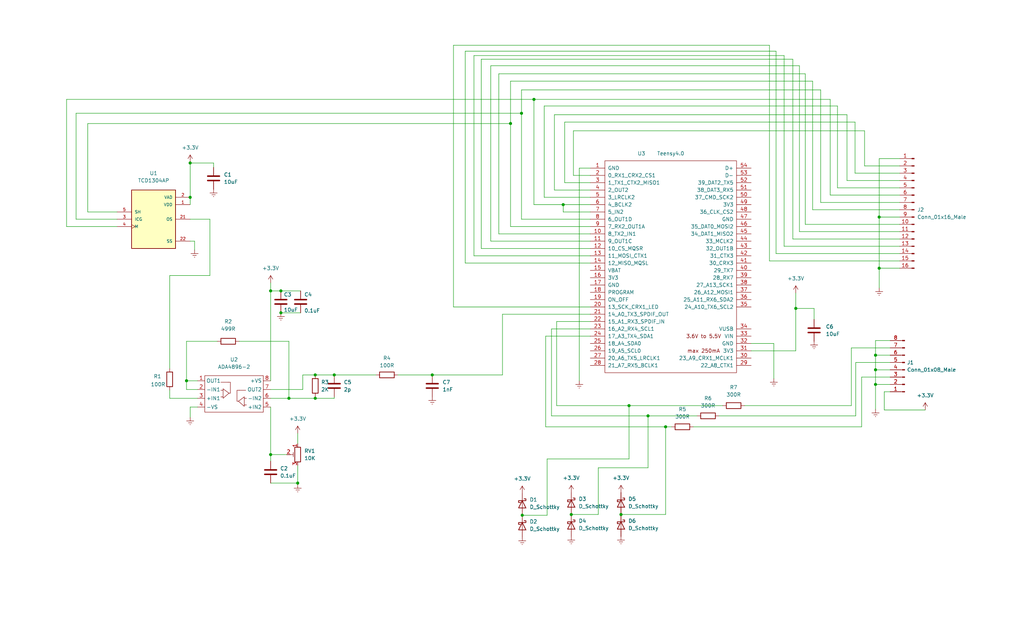
<source format=kicad_sch>
(kicad_sch (version 20211123) (generator eeschema)
  (paper "USLegal")
  (lib_symbols
    (symbol "ADA4896-2:ADA4896-2"
      (property "Reference" "U" (at 0 5.08 0))
      (property "Value" "ADA4896-2" (at 0.508 7.874 0))
      (symbol "ADA4896-2_0_1"
        (polyline (pts (xy -3.81 -1.016) (xy -4.572 -1.016)))
        (polyline (pts (xy -3.81 1.27) (xy -4.572 1.27)))
        (polyline (pts (xy -3.81 1.27) (xy -3.81 1.27)))
        (polyline (pts (xy -2.032 4.064) (xy -4.572 4.064)))
        (polyline (pts (xy 3.556 -3.81) (xy 4.318 -3.81)))
        (polyline (pts (xy 3.556 -1.524) (xy 3.556 -1.524)))
        (polyline (pts (xy 3.556 -1.524) (xy 4.318 -1.524)))
        (polyline (pts (xy 4.064 1.27) (xy 1.778 1.27)))
        (polyline (pts (xy -3.81 1.778) (xy -3.81 -1.524) (xy -1.778 0.254) (xy -3.81 1.778)))
        (polyline (pts (xy -1.778 0.254) (xy -1.27 0.254) (xy -1.27 4.064) (xy -2.032 4.064)))
        (polyline (pts (xy 1.524 -2.54) (xy 1.016 -2.54) (xy 1.016 1.27) (xy 1.778 1.27)))
        (polyline (pts (xy 3.556 -1.016) (xy 3.556 -4.318) (xy 1.524 -2.54) (xy 3.556 -1.016)))
        (polyline (pts (xy -10.16 6.35) (xy -10.16 -6.35) (xy 10.16 -6.35) (xy 10.16 6.35) (xy -10.16 6.35)))
        (pin output line (at -12.7 4.572 0) (length 2.54) (name "OUT1") (number "1"))
        (pin input line (at -12.7 1.524 0) (length 2.54) (name "-IN1") (number "2"))
        (pin input line (at -12.7 -1.524 0) (length 2.54) (name "+IN1") (number "3"))
        (pin power_in line (at -12.7 -4.572 0) (length 2.54) (name "-VS") (number "4"))
        (pin input line (at 12.7 -4.572 180) (length 2.54) (name "+IN2") (number "5"))
        (pin input line (at 12.7 -1.524 180) (length 2.54) (name "-IN2") (number "6"))
        (pin output line (at 12.7 1.524 180) (length 2.54) (name "OUT2") (number "7"))
        (pin power_in line (at 12.7 4.572 180) (length 2.54) (name "+VS") (number "8"))
      )
    )
    (symbol "Connector:Conn_01x08_Male" (pin_names (offset 1.016) hide)
      (property "Reference" "J" (at 0 10.16 0))
      (property "Value" "Conn_01x08_Male" (at 0 -12.7 0))
      (symbol "Conn_01x08_Male_1_1"
        (polyline (pts (xy 1.27 -10.16) (xy 0.8636 -10.16)) (stroke (width 0.1524)))
        (polyline (pts (xy 1.27 -7.62) (xy 0.8636 -7.62)) (stroke (width 0.1524)))
        (polyline (pts (xy 1.27 -5.08) (xy 0.8636 -5.08)) (stroke (width 0.1524)))
        (polyline (pts (xy 1.27 -2.54) (xy 0.8636 -2.54)) (stroke (width 0.1524)))
        (polyline (pts (xy 1.27 0) (xy 0.8636 0)) (stroke (width 0.1524)))
        (polyline (pts (xy 1.27 2.54) (xy 0.8636 2.54)) (stroke (width 0.1524)))
        (polyline (pts (xy 1.27 5.08) (xy 0.8636 5.08)) (stroke (width 0.1524)))
        (polyline (pts (xy 1.27 7.62) (xy 0.8636 7.62)) (stroke (width 0.1524)))
        (rectangle (start 0.8636 -10.033) (end 0 -10.287) (stroke (width 0.1524)) (fill (type outline)))
        (rectangle (start 0.8636 -7.493) (end 0 -7.747) (stroke (width 0.1524)) (fill (type outline)))
        (rectangle (start 0.8636 -4.953) (end 0 -5.207) (stroke (width 0.1524)) (fill (type outline)))
        (rectangle (start 0.8636 -2.413) (end 0 -2.667) (stroke (width 0.1524)) (fill (type outline)))
        (rectangle (start 0.8636 0.127) (end 0 -0.127) (stroke (width 0.1524)) (fill (type outline)))
        (rectangle (start 0.8636 2.667) (end 0 2.413) (stroke (width 0.1524)) (fill (type outline)))
        (rectangle (start 0.8636 5.207) (end 0 4.953) (stroke (width 0.1524)) (fill (type outline)))
        (rectangle (start 0.8636 7.747) (end 0 7.493) (stroke (width 0.1524)) (fill (type outline)))
        (pin passive line (at 5.08 7.62 180) (length 3.81) (name "Pin_1") (number "1"))
        (pin passive line (at 5.08 5.08 180) (length 3.81) (name "Pin_2") (number "2"))
        (pin passive line (at 5.08 2.54 180) (length 3.81) (name "Pin_3") (number "3"))
        (pin passive line (at 5.08 0 180) (length 3.81) (name "Pin_4") (number "4"))
        (pin passive line (at 5.08 -2.54 180) (length 3.81) (name "Pin_5") (number "5"))
        (pin passive line (at 5.08 -5.08 180) (length 3.81) (name "Pin_6") (number "6"))
        (pin passive line (at 5.08 -7.62 180) (length 3.81) (name "Pin_7") (number "7"))
        (pin passive line (at 5.08 -10.16 180) (length 3.81) (name "Pin_8") (number "8"))
      )
    )
    (symbol "Connector:Conn_01x16_Male" (pin_names (offset 1.016) hide)
      (property "Reference" "J" (at 0 20.32 0))
      (property "Value" "Conn_01x16_Male" (at 0 -22.86 0))
      (symbol "Conn_01x16_Male_1_1"
        (polyline (pts (xy 1.27 -20.32) (xy 0.8636 -20.32)) (stroke (width 0.1524)))
        (polyline (pts (xy 1.27 -17.78) (xy 0.8636 -17.78)) (stroke (width 0.1524)))
        (polyline (pts (xy 1.27 -15.24) (xy 0.8636 -15.24)) (stroke (width 0.1524)))
        (polyline (pts (xy 1.27 -12.7) (xy 0.8636 -12.7)) (stroke (width 0.1524)))
        (polyline (pts (xy 1.27 -10.16) (xy 0.8636 -10.16)) (stroke (width 0.1524)))
        (polyline (pts (xy 1.27 -7.62) (xy 0.8636 -7.62)) (stroke (width 0.1524)))
        (polyline (pts (xy 1.27 -5.08) (xy 0.8636 -5.08)) (stroke (width 0.1524)))
        (polyline (pts (xy 1.27 -2.54) (xy 0.8636 -2.54)) (stroke (width 0.1524)))
        (polyline (pts (xy 1.27 0) (xy 0.8636 0)) (stroke (width 0.1524)))
        (polyline (pts (xy 1.27 2.54) (xy 0.8636 2.54)) (stroke (width 0.1524)))
        (polyline (pts (xy 1.27 5.08) (xy 0.8636 5.08)) (stroke (width 0.1524)))
        (polyline (pts (xy 1.27 7.62) (xy 0.8636 7.62)) (stroke (width 0.1524)))
        (polyline (pts (xy 1.27 10.16) (xy 0.8636 10.16)) (stroke (width 0.1524)))
        (polyline (pts (xy 1.27 12.7) (xy 0.8636 12.7)) (stroke (width 0.1524)))
        (polyline (pts (xy 1.27 15.24) (xy 0.8636 15.24)) (stroke (width 0.1524)))
        (polyline (pts (xy 1.27 17.78) (xy 0.8636 17.78)) (stroke (width 0.1524)))
        (rectangle (start 0.8636 -20.193) (end 0 -20.447) (stroke (width 0.1524)) (fill (type outline)))
        (rectangle (start 0.8636 -17.653) (end 0 -17.907) (stroke (width 0.1524)) (fill (type outline)))
        (rectangle (start 0.8636 -15.113) (end 0 -15.367) (stroke (width 0.1524)) (fill (type outline)))
        (rectangle (start 0.8636 -12.573) (end 0 -12.827) (stroke (width 0.1524)) (fill (type outline)))
        (rectangle (start 0.8636 -10.033) (end 0 -10.287) (stroke (width 0.1524)) (fill (type outline)))
        (rectangle (start 0.8636 -7.493) (end 0 -7.747) (stroke (width 0.1524)) (fill (type outline)))
        (rectangle (start 0.8636 -4.953) (end 0 -5.207) (stroke (width 0.1524)) (fill (type outline)))
        (rectangle (start 0.8636 -2.413) (end 0 -2.667) (stroke (width 0.1524)) (fill (type outline)))
        (rectangle (start 0.8636 0.127) (end 0 -0.127) (stroke (width 0.1524)) (fill (type outline)))
        (rectangle (start 0.8636 2.667) (end 0 2.413) (stroke (width 0.1524)) (fill (type outline)))
        (rectangle (start 0.8636 5.207) (end 0 4.953) (stroke (width 0.1524)) (fill (type outline)))
        (rectangle (start 0.8636 7.747) (end 0 7.493) (stroke (width 0.1524)) (fill (type outline)))
        (rectangle (start 0.8636 10.287) (end 0 10.033) (stroke (width 0.1524)) (fill (type outline)))
        (rectangle (start 0.8636 12.827) (end 0 12.573) (stroke (width 0.1524)) (fill (type outline)))
        (rectangle (start 0.8636 15.367) (end 0 15.113) (stroke (width 0.1524)) (fill (type outline)))
        (rectangle (start 0.8636 17.907) (end 0 17.653) (stroke (width 0.1524)) (fill (type outline)))
        (pin passive line (at 5.08 17.78 180) (length 3.81) (name "Pin_1") (number "1"))
        (pin passive line (at 5.08 -5.08 180) (length 3.81) (name "Pin_10") (number "10"))
        (pin passive line (at 5.08 -7.62 180) (length 3.81) (name "Pin_11") (number "11"))
        (pin passive line (at 5.08 -10.16 180) (length 3.81) (name "Pin_12") (number "12"))
        (pin passive line (at 5.08 -12.7 180) (length 3.81) (name "Pin_13") (number "13"))
        (pin passive line (at 5.08 -15.24 180) (length 3.81) (name "Pin_14") (number "14"))
        (pin passive line (at 5.08 -17.78 180) (length 3.81) (name "Pin_15") (number "15"))
        (pin passive line (at 5.08 -20.32 180) (length 3.81) (name "Pin_16") (number "16"))
        (pin passive line (at 5.08 15.24 180) (length 3.81) (name "Pin_2") (number "2"))
        (pin passive line (at 5.08 12.7 180) (length 3.81) (name "Pin_3") (number "3"))
        (pin passive line (at 5.08 10.16 180) (length 3.81) (name "Pin_4") (number "4"))
        (pin passive line (at 5.08 7.62 180) (length 3.81) (name "Pin_5") (number "5"))
        (pin passive line (at 5.08 5.08 180) (length 3.81) (name "Pin_6") (number "6"))
        (pin passive line (at 5.08 2.54 180) (length 3.81) (name "Pin_7") (number "7"))
        (pin passive line (at 5.08 0 180) (length 3.81) (name "Pin_8") (number "8"))
        (pin passive line (at 5.08 -2.54 180) (length 3.81) (name "Pin_9") (number "9"))
      )
    )
    (symbol "D_Schottky_1" (pin_numbers hide) (pin_names (offset 1.016) hide)
      (property "Reference" "D?" (at -1.5876 2.54 90))
      (property "Value" "D_Schottky" (at 0.9524 2.54 90))
      (symbol "D_Schottky_1_0_1"
        (polyline (pts (xy 1.27 0) (xy -1.27 0)))
        (polyline (pts (xy 1.27 1.27) (xy 1.27 -1.27) (xy -1.27 0) (xy 1.27 1.27)) (stroke (width 0.254)))
        (polyline (pts (xy -1.905 0.635) (xy -1.905 1.27) (xy -1.27 1.27) (xy -1.27 -1.27) (xy -0.635 -1.27) (xy -0.635 -0.635)) (stroke (width 0.254)))
      )
      (symbol "D_Schottky_1_1_1"
        (pin passive line (at -3.81 0 0) (length 2.54) (name "K") (number "1"))
        (pin passive line (at 3.81 0 180) (length 2.54) (name "A") (number "2"))
      )
    )
    (symbol "Device:C" (pin_numbers hide) (pin_names (offset 0.254))
      (property "Reference" "C" (at 0.635 2.54 0))
      (property "Value" "C" (at 0.635 -2.54 0))
      (symbol "C_0_1"
        (polyline (pts (xy -2.032 -0.762) (xy 2.032 -0.762)) (stroke (width 0.508)))
        (polyline (pts (xy -2.032 0.762) (xy 2.032 0.762)) (stroke (width 0.508)))
      )
      (symbol "C_1_1"
        (pin passive line (at 0 3.81 270) (length 2.794) (name "~") (number "1"))
        (pin passive line (at 0 -3.81 90) (length 2.794) (name "~") (number "2"))
      )
    )
    (symbol "Device:R" (pin_numbers hide) (pin_names (offset 0))
      (property "Reference" "R" (at 2.032 0 90))
      (property "Value" "R" (at 0 0 90))
      (symbol "R_0_1"
        (rectangle (start -1.016 -2.54) (end 1.016 2.54) (stroke (width 0.254)))
      )
      (symbol "R_1_1"
        (pin passive line (at 0 3.81 270) (length 1.27) (name "~") (number "1"))
        (pin passive line (at 0 -3.81 90) (length 1.27) (name "~") (number "2"))
      )
    )
    (symbol "Device:R_Potentiometer_Trim" (pin_names (offset 1.016) hide)
      (property "Reference" "RV" (at -4.445 0 90))
      (property "Value" "R_Potentiometer_Trim" (at -2.54 0 90))
      (symbol "R_Potentiometer_Trim_0_1"
        (polyline (pts (xy 1.524 0.762) (xy 1.524 -0.762)))
        (polyline (pts (xy 2.54 0) (xy 1.524 0)))
        (rectangle (start 1.016 2.54) (end -1.016 -2.54) (stroke (width 0.254)))
      )
      (symbol "R_Potentiometer_Trim_1_1"
        (pin passive line (at 0 3.81 270) (length 1.27) (name "1") (number "1"))
        (pin passive line (at 3.81 0 180) (length 1.27) (name "2") (number "2"))
        (pin passive line (at 0 -3.81 90) (length 1.27) (name "3") (number "3"))
      )
    )
    (symbol "TCD1304AP:TCD1304AP" (pin_names (offset 1.016))
      (property "Reference" "U" (at -7.6308 10.6831 0))
      (property "Value" "TCD1304AP" (at -7.636 -12.7267 0))
      (symbol "TCD1304AP_0_0"
        (rectangle (start -7.62 -10.16) (end 7.62 10.16) (stroke (width 0.254)) (fill (type background)))
        (pin power_in line (at 12.7 5.08 180) (length 5.08) (name "VDD") (number "1"))
        (pin power_in line (at 12.7 7.62 180) (length 5.08) (name "VAD") (number "2"))
        (pin output line (at 12.7 0 180) (length 5.08) (name "OS") (number "21"))
        (pin power_in line (at 12.7 -7.62 180) (length 5.08) (name "SS") (number "22"))
        (pin input line (at -12.7 0 0) (length 5.08) (name "ICG") (number "3"))
        (pin input clock (at -12.7 -2.54 0) (length 5.08) (name "M") (number "4"))
        (pin input line (at -12.7 2.54 0) (length 5.08) (name "SH") (number "5"))
      )
    )
    (symbol "Teensy:Teensy4.0" (pin_names (offset 1.016))
      (property "Reference" "U" (at 0 39.37 0))
      (property "Value" "Teensy4.0" (at 0 -39.37 0))
      (symbol "Teensy4.0_0_0"
        (text "3.6V to 5.5V" (at 11.43 -24.13 0) (effects (font (size 1.27 1.27))))
        (text "max 250mA" (at 11.43 -29.21 0) (effects (font (size 1.27 1.27))))
        (pin bidirectional line (at -27.94 11.43 0) (length 5.08) (name "8_TX2_IN1") (number "10"))
        (pin bidirectional line (at -27.94 8.89 0) (length 5.08) (name "9_OUT1C") (number "11"))
        (pin bidirectional line (at -27.94 6.35 0) (length 5.08) (name "10_CS_MQSR") (number "12"))
        (pin bidirectional line (at -27.94 3.81 0) (length 5.08) (name "11_MOSI_CTX1") (number "13"))
        (pin bidirectional line (at -27.94 1.27 0) (length 5.08) (name "12_MISO_MQSL") (number "14"))
        (pin power_in line (at -27.94 -1.27 0) (length 5.08) (name "VBAT") (number "15"))
        (pin power_in line (at -27.94 -3.81 0) (length 5.08) (name "3V3") (number "16"))
        (pin power_in line (at -27.94 -6.35 0) (length 5.08) (name "GND") (number "17"))
        (pin input line (at -27.94 -8.89 0) (length 5.08) (name "PROGRAM") (number "18"))
        (pin input line (at -27.94 -11.43 0) (length 5.08) (name "ON_OFF") (number "19"))
        (pin bidirectional line (at -27.94 -13.97 0) (length 5.08) (name "13_SCK_CRX1_LED") (number "20"))
        (pin bidirectional line (at -27.94 -16.51 0) (length 5.08) (name "14_A0_TX3_SPDIF_OUT") (number "21"))
        (pin bidirectional line (at -27.94 -19.05 0) (length 5.08) (name "15_A1_RX3_SPDIF_IN") (number "22"))
        (pin bidirectional line (at -27.94 -21.59 0) (length 5.08) (name "16_A2_RX4_SCL1") (number "23"))
        (pin bidirectional line (at -27.94 -24.13 0) (length 5.08) (name "17_A3_TX4_SDA1") (number "24"))
        (pin bidirectional line (at -27.94 -26.67 0) (length 5.08) (name "18_A4_SDA0") (number "25"))
        (pin bidirectional line (at -27.94 -29.21 0) (length 5.08) (name "19_A5_SCL0") (number "26"))
        (pin bidirectional line (at -27.94 -31.75 0) (length 5.08) (name "20_A6_TX5_LRCLK1") (number "27"))
        (pin bidirectional line (at -27.94 -34.29 0) (length 5.08) (name "21_A7_RX5_BCLK1") (number "28"))
        (pin bidirectional line (at 27.94 -34.29 180) (length 5.08) (name "22_A8_CTX1") (number "29"))
        (pin bidirectional line (at 27.94 -31.75 180) (length 5.08) (name "23_A9_CRX1_MCLK1") (number "30"))
        (pin power_out line (at 27.94 -29.21 180) (length 5.08) (name "3V3") (number "31"))
        (pin power_in line (at 27.94 -26.67 180) (length 5.08) (name "GND") (number "32"))
        (pin power_in line (at 27.94 -24.13 180) (length 5.08) (name "VIN") (number "33"))
        (pin power_out line (at 27.94 -21.59 180) (length 5.08) (name "VUSB") (number "34"))
        (pin bidirectional line (at 27.94 -13.97 180) (length 5.08) (name "24_A10_TX6_SCL2") (number "35"))
        (pin bidirectional line (at 27.94 -11.43 180) (length 5.08) (name "25_A11_RX6_SDA2") (number "36"))
        (pin bidirectional line (at 27.94 -8.89 180) (length 5.08) (name "26_A12_MOSI1") (number "37"))
        (pin bidirectional line (at 27.94 -6.35 180) (length 5.08) (name "27_A13_SCK1") (number "38"))
        (pin bidirectional line (at 27.94 -3.81 180) (length 5.08) (name "28_RX7") (number "39"))
        (pin bidirectional line (at 27.94 -1.27 180) (length 5.08) (name "29_TX7") (number "40"))
        (pin bidirectional line (at 27.94 1.27 180) (length 5.08) (name "30_CRX3") (number "41"))
        (pin bidirectional line (at 27.94 3.81 180) (length 5.08) (name "31_CTX3") (number "42"))
        (pin bidirectional line (at 27.94 6.35 180) (length 5.08) (name "32_OUT1B") (number "43"))
        (pin bidirectional line (at 27.94 8.89 180) (length 5.08) (name "33_MCLK2") (number "44"))
        (pin bidirectional line (at 27.94 11.43 180) (length 5.08) (name "34_DAT1_MISO2") (number "45"))
        (pin bidirectional line (at 27.94 13.97 180) (length 5.08) (name "35_DAT0_MOSI2") (number "46"))
        (pin power_out line (at 27.94 16.51 180) (length 5.08) (name "GND") (number "47"))
        (pin bidirectional line (at 27.94 19.05 180) (length 5.08) (name "36_CLK_CS2") (number "48"))
        (pin power_out line (at 27.94 21.59 180) (length 5.08) (name "3V3") (number "49"))
        (pin bidirectional line (at -27.94 24.13 0) (length 5.08) (name "3_LRCLK2") (number "5"))
        (pin bidirectional line (at 27.94 24.13 180) (length 5.08) (name "37_CMD_SCK2") (number "50"))
        (pin bidirectional line (at 27.94 26.67 180) (length 5.08) (name "38_DAT3_RX5") (number "51"))
        (pin bidirectional line (at 27.94 29.21 180) (length 5.08) (name "39_DAT2_TX5") (number "52"))
        (pin bidirectional line (at 27.94 31.75 180) (length 5.08) (name "D-") (number "53"))
        (pin bidirectional line (at 27.94 34.29 180) (length 5.08) (name "D+") (number "54"))
        (pin bidirectional line (at -27.94 21.59 0) (length 5.08) (name "4_BCLK2") (number "6"))
        (pin bidirectional line (at -27.94 19.05 0) (length 5.08) (name "5_IN2") (number "7"))
        (pin bidirectional line (at -27.94 16.51 0) (length 5.08) (name "6_OUT1D") (number "8"))
        (pin bidirectional line (at -27.94 13.97 0) (length 5.08) (name "7_RX2_OUT1A") (number "9"))
      )
      (symbol "Teensy4.0_0_1"
        (rectangle (start -22.86 36.83) (end 22.86 -36.83))
        (rectangle (start -20.32 -31.75) (end -20.32 -31.75))
      )
      (symbol "Teensy4.0_1_1"
        (pin power_in line (at -27.94 34.29 0) (length 5.08) (name "GND") (number "1"))
        (pin bidirectional line (at -27.94 31.75 0) (length 5.08) (name "0_RX1_CRX2_CS1") (number "2"))
        (pin bidirectional line (at -27.94 29.21 0) (length 5.08) (name "1_TX1_CTX2_MISO1") (number "3"))
        (pin bidirectional line (at -27.94 26.67 0) (length 5.08) (name "2_OUT2") (number "4"))
      )
    )
    (symbol "power:+3.3V" (power) (pin_names (offset 0))
      (property "Value" "+3.3V" (at 0 3.556 0))
      (symbol "+3.3V_0_1"
        (polyline (pts (xy -0.762 1.27) (xy 0 2.54)))
        (polyline (pts (xy 0 0) (xy 0 2.54)))
        (polyline (pts (xy 0 2.54) (xy 0.762 1.27)))
      )
      (symbol "+3.3V_1_1"
        (pin power_in line (at 0 0 90) (length 0) hide (name "+3.3V") (number "1"))
      )
    )
    (symbol "power:Earth" (power) (pin_names (offset 0))
      (symbol "Earth_0_1"
        (polyline (pts (xy -0.635 -1.905) (xy 0.635 -1.905)))
        (polyline (pts (xy -0.127 -2.54) (xy 0.127 -2.54)))
        (polyline (pts (xy 0 -1.27) (xy 0 0)))
        (polyline (pts (xy 1.27 -1.27) (xy -1.27 -1.27)))
      )
      (symbol "Earth_1_1"
        (pin power_in line (at 0 0 270) (length 0) hide (name "Earth") (number "1"))
      )
    )
  )
  (junction (at 109.474 130.302))
  (junction (at 93.98 101.092))
  (junction (at 304.038 123.444))
  (junction (at 150.114 130.302))
  (junction (at 305.308 75.438))
  (junction (at 97.536 101.092))
  (junction (at 276.352 107.188))
  (junction (at 93.98 157.988))
  (junction (at 195.58 71.12))
  (junction (at 181.356 179.07))
  (junction (at 225.044 144.526))
  (junction (at 198.374 178.816))
  (junction (at 218.44 140.97))
  (junction (at 116.078 130.302))
  (junction (at 304.038 133.604))
  (junction (at 64.77 132.334))
  (junction (at 100.33 138.43))
  (junction (at 181.102 39.37))
  (junction (at 215.646 178.816))
  (junction (at 109.474 138.43))
  (junction (at 97.536 108.712))
  (junction (at 177.292 42.926))
  (junction (at 66.04 56.642))
  (junction (at 185.42 34.544))
  (junction (at 231.14 148.336))
  (junction (at 305.308 93.218))
  (junction (at 103.378 167.894))
  (junction (at 66.04 68.58))
  (junction (at 304.038 128.524))
  (wire (pts (xy 277.622 80.518) (xy 312.42 80.518)))
  (wire (pts (xy 67.564 83.82) (xy 67.564 86.868)))
  (wire (pts (xy 138.176 130.302) (xy 150.114 130.302)))
  (wire (pts (xy 66.04 145.034) (xy 66.04 141.478)))
  (wire (pts (xy 198.374 178.816) (xy 207.772 178.816)))
  (wire (pts (xy 312.42 85.598) (xy 272.288 85.598)))
  (wire (pts (xy 304.038 118.364) (xy 309.118 118.364)))
  (wire (pts (xy 304.038 123.444) (xy 309.118 123.444)))
  (wire (pts (xy 100.33 138.43) (xy 93.98 138.43)))
  (wire (pts (xy 260.858 121.92) (xy 276.352 121.92)))
  (wire (pts (xy 312.42 65.278) (xy 290.83 65.278)))
  (wire (pts (xy 189.992 159.512) (xy 189.992 179.07)))
  (wire (pts (xy 294.132 39.878) (xy 294.132 62.738)))
  (wire (pts (xy 68.58 138.43) (xy 58.928 138.43)))
  (wire (pts (xy 40.64 78.74) (xy 23.114 78.74)))
  (wire (pts (xy 290.83 65.278) (xy 290.83 36.83)))
  (wire (pts (xy 249.682 144.526) (xy 297.18 144.526)))
  (wire (pts (xy 66.04 56.388) (xy 66.04 56.642)))
  (wire (pts (xy 93.98 157.988) (xy 93.98 141.478)))
  (wire (pts (xy 231.14 148.336) (xy 189.484 148.336)))
  (wire (pts (xy 204.978 88.9) (xy 164.592 88.9)))
  (wire (pts (xy 204.978 66.04) (xy 192.532 66.04)))
  (wire (pts (xy 305.308 75.438) (xy 305.308 93.218)))
  (wire (pts (xy 297.18 144.526) (xy 297.18 125.984)))
  (wire (pts (xy 279.654 25.654) (xy 279.654 77.978)))
  (wire (pts (xy 204.978 76.2) (xy 181.102 76.2)))
  (wire (pts (xy 196.088 63.5) (xy 204.978 63.5)))
  (wire (pts (xy 276.352 107.188) (xy 276.352 101.854)))
  (wire (pts (xy 312.42 88.138) (xy 269.494 88.138)))
  (wire (pts (xy 116.078 138.43) (xy 116.078 137.922)))
  (wire (pts (xy 275.336 20.574) (xy 167.132 20.574)))
  (wire (pts (xy 74.168 58.166) (xy 74.168 56.642)))
  (wire (pts (xy 204.978 114.3) (xy 191.516 114.3)))
  (wire (pts (xy 150.114 130.302) (xy 174.498 130.302)))
  (wire (pts (xy 58.928 95.758) (xy 72.898 95.758)))
  (wire (pts (xy 296.926 60.198) (xy 296.926 42.418)))
  (wire (pts (xy 312.42 55.118) (xy 305.308 55.118)))
  (wire (pts (xy 181.102 31.242) (xy 284.988 31.242)))
  (wire (pts (xy 64.77 118.618) (xy 64.77 132.334)))
  (wire (pts (xy 189.484 116.84) (xy 204.978 116.84)))
  (wire (pts (xy 299.212 148.336) (xy 240.792 148.336)))
  (wire (pts (xy 305.308 55.118) (xy 305.308 75.438)))
  (wire (pts (xy 282.194 72.898) (xy 282.194 28.194)))
  (wire (pts (xy 267.208 15.748) (xy 267.208 90.678)))
  (wire (pts (xy 294.132 62.738) (xy 312.42 62.738)))
  (wire (pts (xy 66.04 68.58) (xy 66.04 71.12)))
  (wire (pts (xy 215.646 178.816) (xy 231.14 178.816)))
  (wire (pts (xy 99.568 157.988) (xy 93.98 157.988)))
  (wire (pts (xy 304.038 128.524) (xy 304.038 123.444)))
  (wire (pts (xy 177.292 42.926) (xy 177.292 78.74)))
  (wire (pts (xy 164.592 19.304) (xy 164.592 88.9)))
  (wire (pts (xy 277.622 22.86) (xy 277.622 80.518)))
  (wire (pts (xy 170.434 83.82) (xy 170.434 22.86)))
  (wire (pts (xy 105.156 130.302) (xy 109.474 130.302)))
  (wire (pts (xy 312.42 90.678) (xy 267.208 90.678)))
  (wire (pts (xy 161.544 17.78) (xy 269.494 17.78)))
  (wire (pts (xy 305.308 93.218) (xy 312.42 93.218)))
  (wire (pts (xy 275.336 20.574) (xy 275.336 83.058)))
  (wire (pts (xy 64.77 135.382) (xy 64.77 132.334)))
  (wire (pts (xy 204.978 81.28) (xy 173.228 81.28)))
  (wire (pts (xy 304.038 133.604) (xy 309.118 133.604)))
  (wire (pts (xy 300.228 57.658) (xy 312.42 57.658)))
  (wire (pts (xy 68.58 135.382) (xy 64.77 135.382)))
  (wire (pts (xy 23.114 34.544) (xy 185.42 34.544)))
  (wire (pts (xy 288.29 67.818) (xy 312.42 67.818)))
  (wire (pts (xy 304.038 128.524) (xy 309.118 128.524)))
  (wire (pts (xy 93.98 101.092) (xy 93.98 132.334)))
  (wire (pts (xy 297.18 125.984) (xy 309.118 125.984)))
  (wire (pts (xy 26.416 39.37) (xy 26.416 76.2)))
  (wire (pts (xy 307.086 142.494) (xy 321.31 142.494)))
  (wire (pts (xy 167.132 20.574) (xy 167.132 86.36)))
  (wire (pts (xy 188.976 68.58) (xy 204.978 68.58)))
  (wire (pts (xy 272.288 19.304) (xy 164.592 19.304)))
  (wire (pts (xy 295.656 140.97) (xy 258.572 140.97)))
  (wire (pts (xy 97.536 101.092) (xy 104.394 101.092)))
  (wire (pts (xy 181.102 39.37) (xy 181.102 76.2)))
  (wire (pts (xy 177.292 28.194) (xy 177.292 42.926)))
  (wire (pts (xy 295.656 120.904) (xy 295.656 140.97)))
  (wire (pts (xy 167.132 86.36) (xy 204.978 86.36)))
  (wire (pts (xy 282.702 107.188) (xy 276.352 107.188)))
  (wire (pts (xy 191.516 144.526) (xy 225.044 144.526)))
  (wire (pts (xy 58.928 138.43) (xy 58.928 135.636)))
  (wire (pts (xy 177.292 78.74) (xy 204.978 78.74)))
  (wire (pts (xy 58.928 128.016) (xy 58.928 95.758)))
  (wire (pts (xy 304.038 133.604) (xy 304.038 128.524)))
  (wire (pts (xy 192.532 39.878) (xy 294.132 39.878)))
  (wire (pts (xy 199.136 60.96) (xy 199.136 45.466)))
  (wire (pts (xy 103.378 161.798) (xy 103.378 167.894)))
  (wire (pts (xy 30.48 73.66) (xy 40.64 73.66)))
  (wire (pts (xy 100.33 118.618) (xy 100.33 138.43)))
  (wire (pts (xy 185.42 34.544) (xy 185.42 71.12)))
  (wire (pts (xy 109.474 137.922) (xy 109.474 138.43)))
  (wire (pts (xy 268.732 119.38) (xy 268.732 131.572)))
  (wire (pts (xy 272.288 19.304) (xy 272.288 85.598)))
  (wire (pts (xy 204.978 83.82) (xy 170.434 83.82)))
  (wire (pts (xy 288.29 34.544) (xy 288.29 67.818)))
  (wire (pts (xy 193.294 140.97) (xy 193.294 111.76)))
  (wire (pts (xy 312.42 72.898) (xy 282.194 72.898)))
  (wire (pts (xy 26.416 76.2) (xy 40.64 76.2)))
  (wire (pts (xy 103.378 167.894) (xy 103.378 168.402)))
  (wire (pts (xy 193.294 111.76) (xy 204.978 111.76)))
  (wire (pts (xy 83.058 118.618) (xy 100.33 118.618)))
  (wire (pts (xy 181.102 39.37) (xy 181.102 31.242)))
  (wire (pts (xy 296.926 42.418) (xy 196.088 42.418)))
  (wire (pts (xy 196.088 42.418) (xy 196.088 63.5)))
  (wire (pts (xy 290.83 36.83) (xy 188.976 36.83)))
  (wire (pts (xy 312.42 60.198) (xy 296.926 60.198)))
  (wire (pts (xy 109.474 138.43) (xy 116.078 138.43)))
  (wire (pts (xy 93.98 167.894) (xy 103.378 167.894)))
  (wire (pts (xy 305.308 93.218) (xy 305.308 100.076)))
  (wire (pts (xy 161.544 91.44) (xy 161.544 17.78)))
  (wire (pts (xy 26.416 39.37) (xy 181.102 39.37)))
  (wire (pts (xy 188.976 36.83) (xy 188.976 68.58)))
  (wire (pts (xy 225.044 162.56) (xy 207.772 162.56)))
  (wire (pts (xy 97.536 108.712) (xy 104.394 108.712)))
  (wire (pts (xy 204.978 71.12) (xy 195.58 71.12)))
  (wire (pts (xy 307.086 136.144) (xy 307.086 142.494)))
  (wire (pts (xy 195.58 71.12) (xy 195.58 73.66)))
  (wire (pts (xy 199.136 45.466) (xy 300.228 45.466)))
  (wire (pts (xy 300.228 45.466) (xy 300.228 57.658)))
  (wire (pts (xy 204.978 91.44) (xy 161.544 91.44)))
  (wire (pts (xy 66.04 83.82) (xy 67.564 83.82)))
  (wire (pts (xy 195.58 73.66) (xy 204.978 73.66)))
  (wire (pts (xy 116.078 130.302) (xy 130.556 130.302)))
  (wire (pts (xy 282.702 107.188) (xy 282.702 110.998)))
  (wire (pts (xy 225.044 144.526) (xy 242.062 144.526)))
  (wire (pts (xy 207.772 162.56) (xy 207.772 178.816)))
  (wire (pts (xy 72.898 95.758) (xy 72.898 76.2)))
  (wire (pts (xy 109.474 130.302) (xy 116.078 130.302)))
  (wire (pts (xy 282.194 28.194) (xy 177.292 28.194)))
  (wire (pts (xy 279.654 77.978) (xy 312.42 77.978)))
  (wire (pts (xy 304.038 133.604) (xy 304.038 142.24)))
  (wire (pts (xy 174.498 130.302) (xy 174.498 109.22)))
  (wire (pts (xy 30.48 42.926) (xy 30.48 73.66)))
  (wire (pts (xy 309.118 136.144) (xy 307.086 136.144)))
  (wire (pts (xy 105.156 135.382) (xy 105.156 130.302)))
  (wire (pts (xy 157.48 106.68) (xy 204.978 106.68)))
  (wire (pts (xy 75.438 118.618) (xy 64.77 118.618)))
  (wire (pts (xy 193.294 140.97) (xy 218.44 140.97)))
  (wire (pts (xy 173.228 25.654) (xy 279.654 25.654)))
  (wire (pts (xy 218.44 140.97) (xy 218.44 159.512)))
  (wire (pts (xy 299.212 131.064) (xy 309.118 131.064)))
  (wire (pts (xy 233.172 148.336) (xy 231.14 148.336)))
  (wire (pts (xy 181.356 179.07) (xy 189.992 179.07)))
  (wire (pts (xy 284.988 31.242) (xy 284.988 70.358)))
  (wire (pts (xy 174.498 109.22) (xy 204.978 109.22)))
  (wire (pts (xy 66.04 76.2) (xy 72.898 76.2)))
  (wire (pts (xy 204.978 60.96) (xy 199.136 60.96)))
  (wire (pts (xy 260.858 119.38) (xy 268.732 119.38)))
  (wire (pts (xy 299.212 131.064) (xy 299.212 148.336)))
  (wire (pts (xy 93.98 157.988) (xy 93.98 160.274)))
  (wire (pts (xy 250.952 140.97) (xy 218.44 140.97)))
  (wire (pts (xy 191.516 114.3) (xy 191.516 144.526)))
  (wire (pts (xy 30.48 42.926) (xy 177.292 42.926)))
  (wire (pts (xy 23.114 78.74) (xy 23.114 34.544)))
  (wire (pts (xy 192.532 66.04) (xy 192.532 39.878)))
  (wire (pts (xy 157.48 15.748) (xy 267.208 15.748)))
  (wire (pts (xy 170.434 22.86) (xy 277.622 22.86)))
  (wire (pts (xy 93.98 98.298) (xy 93.98 101.092)))
  (wire (pts (xy 74.168 56.642) (xy 66.04 56.642)))
  (wire (pts (xy 276.352 121.92) (xy 276.352 107.188)))
  (wire (pts (xy 231.14 148.336) (xy 231.14 178.816)))
  (wire (pts (xy 93.98 135.382) (xy 105.156 135.382)))
  (wire (pts (xy 309.118 120.904) (xy 295.656 120.904)))
  (wire (pts (xy 157.48 106.68) (xy 157.48 15.748)))
  (wire (pts (xy 201.168 132.334) (xy 201.168 58.42)))
  (wire (pts (xy 185.42 71.12) (xy 195.58 71.12)))
  (wire (pts (xy 189.992 159.512) (xy 218.44 159.512)))
  (wire (pts (xy 66.04 56.642) (xy 66.04 68.58)))
  (wire (pts (xy 201.168 58.42) (xy 204.978 58.42)))
  (wire (pts (xy 275.336 83.058) (xy 312.42 83.058)))
  (wire (pts (xy 64.77 132.334) (xy 68.58 132.334)))
  (wire (pts (xy 269.494 17.78) (xy 269.494 88.138)))
  (wire (pts (xy 93.98 101.092) (xy 97.536 101.092)))
  (wire (pts (xy 284.988 70.358) (xy 312.42 70.358)))
  (wire (pts (xy 103.378 150.622) (xy 103.378 154.178)))
  (wire (pts (xy 225.044 144.526) (xy 225.044 162.56)))
  (wire (pts (xy 189.484 148.336) (xy 189.484 116.84)))
  (wire (pts (xy 305.308 75.438) (xy 312.42 75.438)))
  (wire (pts (xy 100.33 138.43) (xy 109.474 138.43)))
  (wire (pts (xy 185.42 34.544) (xy 288.29 34.544)))
  (wire (pts (xy 304.038 123.444) (xy 304.038 118.364)))
  (wire (pts (xy 173.228 81.28) (xy 173.228 25.654)))
  (wire (pts (xy 66.04 141.478) (xy 68.58 141.478)))
  (symbol (lib_id "power:Earth") (at 305.308 100.076 0) (mirror y) (unit 1)
    (property "Reference" "#PWR020" (effects hide))
    (property "Value" "Earth" (effects hide))
  )
  (symbol (lib_id "Device:R") (at 58.928 131.826 0) (unit 1)
    (property "Reference" "R1" (at 53.34 130.81 0) (effects (justify left)))
    (property "Value" "100R" (at 52.324 133.604 0) (effects (justify left)))
    (property "Footprint" "Resistor_SMD:R_0603_1608Metric" (effects hide))
    (property "Description" "RES 100 OHM 1% 1/8W 0603" (effects hide))
    (property "Digikey" "2019-RK73H1JTTD1000FCT-ND" (effects hide))
  )
  (symbol (lib_id "ADA4896-2:ADA4896-2") (at 81.28 136.906 0) (unit 1)
    (property "Reference" "U2" (at 81.28 124.968 0))
    (property "Value" "ADA4896-2" (at 81.28 127.508 0))
    (property "Footprint" "Package_SO:MSOP-8_3x3mm_P0.65mm" (effects hide))
    (property "Description" "ADA4896-2ARMZ-R7" (effects hide))
  )
  (symbol (lib_id "Device:C") (at 282.702 114.808 0) (unit 1)
    (property "Reference" "C6" (at 286.766 113.5379 0) (effects (justify left)))
    (property "Value" "10uF" (at 286.766 116.0779 0) (effects (justify left)))
    (property "Footprint" "Capacitor_SMD:C_0603_1608Metric" (effects hide))
    (property "Description" "CAP CER 10UF 16V X5R 0603" (effects hide))
    (property "Digikey" "490-12317-1-ND" (effects hide))
  )
  (symbol (lib_id "Device:R") (at 79.248 118.618 90) (unit 1)
    (property "Reference" "R2" (at 79.248 111.76 90))
    (property "Value" "499R" (at 79.248 114.3 90))
    (property "Footprint" "Resistor_SMD:R_0603_1608Metric" (effects hide))
    (property "Description" "RES 499 OHM 1% 1/8W 0603" (effects hide))
    (property "Digikey" "2019-RK73H1JTTD4990FCT-ND" (effects hide))
  )
  (symbol (lib_id "power:Earth") (at 201.168 132.334 0) (mirror y) (unit 1)
    (property "Reference" "#PWR013" (effects hide))
    (property "Value" "Earth" (effects hide))
  )
  (symbol (lib_id "Device:C") (at 74.168 61.976 0) (unit 1)
    (property "Reference" "C1" (at 77.724 60.7059 0) (effects (justify left)))
    (property "Value" "10uF" (at 77.724 63.2459 0) (effects (justify left)))
    (property "Footprint" "Capacitor_SMD:C_0603_1608Metric" (effects hide))
    (property "Digikey" "490-12317-1-ND" (effects hide))
    (property "Description" "CAP CER 10UF 16V X5R 0603" (effects hide))
  )
  (symbol (lib_id "power:Earth") (at 103.378 168.402 0) (mirror y) (unit 1)
    (property "Reference" "#PWR08" (effects hide))
    (property "Value" "Earth" (effects hide))
  )
  (symbol (lib_id "Device:C") (at 150.114 134.112 0) (unit 1)
    (property "Reference" "C7" (at 153.67 132.8419 0) (effects (justify left)))
    (property "Value" "1nF" (at 153.67 135.3819 0) (effects (justify left)))
    (property "Footprint" "Capacitor_SMD:C_0603_1608Metric" (effects hide))
    (property "Digikey" "399-17840-1-ND" (effects hide))
    (property "Description" "CAP CER 0603 1NF 16V X7R 5%" (effects hide))
  )
  (symbol (lib_id "Device:R_Potentiometer_Trim") (at 103.378 157.988 0) (mirror y) (unit 1)
    (property "Reference" "RV1" (at 105.664 156.7179 0) (effects (justify right)))
    (property "Value" "10K" (at 105.664 159.2579 0) (effects (justify right)))
    (property "Footprint" "BournsTrimPot_3296W-1-502LF:TRIM_3296W-1-502LF" (effects hide))
    (property "Description" "TRIMMER 10K OHM 0.5W PC PIN TOP" (effects hide))
    (property "Digikey" "3296W-103LF-ND" (effects hide))
  )
  (symbol (lib_name "D_Schottky_1") (lib_id "Device:D_Schottky") (at 181.356 175.26 270) (unit 1)
    (property "Reference" "D1" (at 183.896 173.6724 90) (effects (justify left)))
    (property "Value" "D_Schottky" (at 183.896 176.2124 90) (effects (justify left)))
    (property "Footprint" "Diode_SMD:D_SOD-323" (effects hide))
    (property "Digikey" "CUS520H3FCT-ND" (effects hide))
    (property "Description" "DIODE SCHOTTKY 30V 200MA USC" (effects hide))
  )
  (symbol (lib_id "power:Earth") (at 181.356 186.69 0) (mirror y) (unit 1)
    (property "Reference" "#PWR010" (effects hide))
    (property "Value" "Earth" (effects hide))
  )
  (symbol (lib_id "power:+3.3V") (at 215.646 171.196 0) (unit 1)
    (property "Reference" "#PWR014" (effects hide))
    (property "Value" "+3.3V" (at 215.646 166.116 0))
  )
  (symbol (lib_id "Connector:Conn_01x16_Male") (at 317.5 72.898 0) (mirror y) (unit 1)
    (property "Reference" "J2" (at 318.516 72.8979 0) (effects (justify right)))
    (property "Value" "Conn_01x16_Male" (at 318.516 75.4379 0) (effects (justify right)))
    (property "Footprint" "Connector_PinHeader_2.54mm:PinHeader_1x16_P2.54mm_Vertical" (effects hide))
    (property "Description" "CONN HEADER VERT 16POS 2.54MM" (effects hide))
    (property "Digikey" "3M156268-16-ND" (effects hide))
  )
  (symbol (lib_name "D_Schottky_1") (lib_id "Device:D_Schottky") (at 215.646 175.006 270) (unit 1)
    (property "Reference" "D5" (at 218.186 173.4184 90) (effects (justify left)))
    (property "Value" "D_Schottky" (at 218.186 175.9584 90) (effects (justify left)))
    (property "Footprint" "Diode_SMD:D_SOD-323" (effects hide))
    (property "Digikey" "CUS520H3FCT-ND" (effects hide))
    (property "Description" "DIODE SCHOTTKY 30V 200MA USC" (effects hide))
  )
  (symbol (lib_id "Device:R") (at 254.762 140.97 270) (unit 1)
    (property "Reference" "R7" (at 254.762 134.62 90))
    (property "Value" "300R" (at 254.762 137.16 90))
    (property "Footprint" "Resistor_SMD:R_0603_1608Metric" (effects hide))
    (property "Description" "RES 300 OHM 1% 1/8W 0603" (effects hide))
    (property "Digikey" "2019-RK73H1JTTD3000FCT-ND" (effects hide))
  )
  (symbol (lib_id "Connector:Conn_01x08_Male") (at 314.198 128.524 180) (unit 1)
    (property "Reference" "J1" (at 314.96 125.9839 0) (effects (justify right)))
    (property "Value" "Conn_01x08_Male" (at 314.96 128.5239 0) (effects (justify right)))
    (property "Footprint" "Connector_PinHeader_2.54mm:PinHeader_1x08_P2.54mm_Vertical" (effects hide))
    (property "Description" "CONN HEADER VERT 8POS 2.54MM" (effects hide))
    (property "Digikey" "3M156268-08-ND" (effects hide))
  )
  (symbol (lib_id "power:+3.3V") (at 276.352 101.854 0) (unit 1)
    (property "Reference" "#PWR017" (effects hide))
    (property "Value" "+3.3V" (at 276.352 96.774 0))
  )
  (symbol (lib_name "D_Schottky_1") (lib_id "Device:D_Schottky") (at 215.646 182.626 270) (unit 1)
    (property "Reference" "D6" (at 218.186 181.0384 90) (effects (justify left)))
    (property "Value" "D_Schottky" (at 218.186 183.5784 90) (effects (justify left)))
    (property "Footprint" "Diode_SMD:D_SOD-323" (effects hide))
    (property "Digikey" "CUS520H3FCT-ND" (effects hide))
    (property "Description" "DIODE SCHOTTKY 30V 200MA USC" (effects hide))
  )
  (symbol (lib_id "power:Earth") (at 268.732 131.572 0) (mirror y) (unit 1)
    (property "Reference" "#PWR016" (effects hide))
    (property "Value" "Earth" (effects hide))
  )
  (symbol (lib_id "Device:R") (at 109.474 134.112 0) (unit 1)
    (property "Reference" "R3" (at 111.506 132.8419 0) (effects (justify left)))
    (property "Value" "2K" (at 111.506 135.3819 0) (effects (justify left)))
    (property "Footprint" "Resistor_SMD:R_0603_1608Metric" (effects hide))
    (property "Description" "RES 2K OHM 1% 1/5W 0603" (effects hide))
    (property "Digikey" "2019-SG73S1JTTD2001FCT-ND" (effects hide))
  )
  (symbol (lib_id "power:Earth") (at 67.564 86.868 0) (mirror y) (unit 1)
    (property "Reference" "#PWR03" (effects hide))
    (property "Value" "Earth" (effects hide))
  )
  (symbol (lib_id "Device:C") (at 104.394 104.902 0) (unit 1)
    (property "Reference" "C4" (at 105.664 102.362 0) (effects (justify left)))
    (property "Value" "0.1uF" (at 105.664 107.95 0) (effects (justify left)))
    (property "Footprint" "Capacitor_SMD:C_0603_1608Metric" (effects hide))
    (property "Digikey" "399-C0603X104J3RACAUTOCT-ND" (effects hide))
    (property "Description" "CAP CER 0.1UF 25V X7R 0603" (effects hide))
  )
  (symbol (lib_id "Device:R") (at 236.982 148.336 270) (unit 1)
    (property "Reference" "R5" (at 236.982 142.24 90))
    (property "Value" "300R" (at 236.982 144.78 90))
    (property "Footprint" "Resistor_SMD:R_0603_1608Metric" (effects hide))
    (property "Description" "RES 300 OHM 1% 1/8W 0603" (effects hide))
    (property "Digikey" "2019-RK73H1JTTD3000FCT-ND" (effects hide))
  )
  (symbol (lib_id "power:Earth") (at 66.04 145.034 0) (mirror y) (unit 1)
    (property "Reference" "#PWR02" (effects hide))
    (property "Value" "Earth" (effects hide))
  )
  (symbol (lib_id "power:Earth") (at 150.114 137.922 0) (mirror y) (unit 1)
    (property "Reference" "#PWR0101" (effects hide))
    (property "Value" "Earth" (effects hide))
  )
  (symbol (lib_id "TCD1304AP:TCD1304AP") (at 53.34 76.2 0) (unit 1)
    (property "Reference" "U1" (at 53.34 60.198 0))
    (property "Value" "TCD1304AP" (at 53.34 62.738 0))
    (property "Footprint" "DIP1016W47P254L4210H372Q22" (effects hide))
    (property "MANUFACTURER" "Toshiba" (effects hide))
    (property "Digikey" "110-87-422-41-001101" (effects hide))
    (property "Description" "CONN IC DIP SOCKET 22POS GOLD" (effects hide))
  )
  (symbol (lib_id "Device:C") (at 93.98 164.084 0) (unit 1)
    (property "Reference" "C2" (at 97.282 162.8139 0) (effects (justify left)))
    (property "Value" "0.1uF" (at 97.282 165.3539 0) (effects (justify left)))
    (property "Footprint" "Capacitor_SMD:C_0603_1608Metric" (effects hide))
    (property "Description" "CAP CER 0.1UF 25V X7R 0603" (effects hide))
    (property "Digikey" "399-C0603X104J3RACAUTOCT-ND" (effects hide))
  )
  (symbol (lib_id "power:Earth") (at 282.702 118.618 0) (mirror y) (unit 1)
    (property "Reference" "#PWR018" (effects hide))
    (property "Value" "Earth" (effects hide))
  )
  (symbol (lib_id "power:Earth") (at 198.374 186.436 0) (mirror y) (unit 1)
    (property "Reference" "#PWR012" (effects hide))
    (property "Value" "Earth" (effects hide))
  )
  (symbol (lib_id "power:+3.3V") (at 321.31 142.494 0) (unit 1)
    (property "Reference" "#PWR021" (effects hide))
    (property "Value" "+3.3V" (at 321.31 137.414 0))
  )
  (symbol (lib_id "Teensy:Teensy4.0") (at 232.918 92.71 0) (unit 1)
    (property "Reference" "U3" (at 222.758 53.34 0))
    (property "Value" "Teensy4.0" (at 232.918 53.34 0))
    (property "Footprint" "teensy_footprints:Teensy40" (effects hide))
    (property "Description" "Teensy4.0" (effects hide))
    (property "Digikey" "1568-DEV-16997-ND" (effects hide))
  )
  (symbol (lib_id "power:+3.3V") (at 93.98 98.298 0) (unit 1)
    (property "Reference" "#PWR05" (effects hide))
    (property "Value" "+3.3V" (at 93.98 93.218 0))
  )
  (symbol (lib_id "power:+3.3V") (at 198.374 171.196 0) (unit 1)
    (property "Reference" "#PWR011" (effects hide))
    (property "Value" "+3.3V" (at 198.374 166.116 0))
  )
  (symbol (lib_name "D_Schottky_1") (lib_id "Device:D_Schottky") (at 181.356 182.88 270) (unit 1)
    (property "Reference" "D2" (at 183.896 181.2924 90) (effects (justify left)))
    (property "Value" "D_Schottky" (at 183.896 183.8324 90) (effects (justify left)))
    (property "Footprint" "Diode_SMD:D_SOD-323" (effects hide))
    (property "Digikey" "CUS520H3FCT-ND" (effects hide))
    (property "Description" "DIODE SCHOTTKY 30V 200MA USC" (effects hide))
  )
  (symbol (lib_id "Device:C") (at 97.536 104.902 0) (unit 1)
    (property "Reference" "C3" (at 98.552 102.362 0) (effects (justify left)))
    (property "Value" "10uF" (at 98.552 107.696 0) (effects (justify left)))
    (property "Footprint" "Capacitor_SMD:C_0603_1608Metric" (effects hide))
    (property "Digikey" "490-12317-1-ND" (effects hide))
    (property "Description" "CAP CER 10UF 16V X5R 0603" (effects hide))
  )
  (symbol (lib_id "power:+3.3V") (at 103.378 150.622 0) (unit 1)
    (property "Reference" "#PWR07" (effects hide))
    (property "Value" "+3.3V" (at 103.378 145.542 0))
  )
  (symbol (lib_id "Device:R") (at 134.366 130.302 90) (unit 1)
    (property "Reference" "R4" (at 134.366 124.46 90))
    (property "Value" "100R" (at 134.366 127 90))
    (property "Footprint" "Resistor_SMD:R_0603_1608Metric" (effects hide))
    (property "Description" "RES 100 OHM 1% 1/8W 0603" (effects hide))
    (property "Digikey" "2019-RK73H1JTTD1000FCT-ND" (effects hide))
  )
  (symbol (lib_id "power:Earth") (at 97.536 108.712 0) (mirror y) (unit 1)
    (property "Reference" "#PWR06" (effects hide))
    (property "Value" "Earth" (effects hide))
  )
  (symbol (lib_id "power:Earth") (at 74.168 65.786 0) (mirror y) (unit 1)
    (property "Reference" "#PWR04" (effects hide))
    (property "Value" "Earth" (effects hide))
  )
  (symbol (lib_name "D_Schottky_1") (lib_id "Device:D_Schottky") (at 198.374 175.006 270) (unit 1)
    (property "Reference" "D3" (at 200.914 173.4184 90) (effects (justify left)))
    (property "Value" "D_Schottky" (at 200.914 175.9584 90) (effects (justify left)))
    (property "Footprint" "Diode_SMD:D_SOD-323" (effects hide))
    (property "Digikey" "CUS520H3FCT-ND" (effects hide))
    (property "Description" "DIODE SCHOTTKY 30V 200MA USC" (effects hide))
  )
  (symbol (lib_id "power:Earth") (at 304.038 142.24 0) (mirror y) (unit 1)
    (property "Reference" "#PWR019" (effects hide))
    (property "Value" "Earth" (effects hide))
  )
  (symbol (lib_id "power:+3.3V") (at 181.356 171.45 0) (unit 1)
    (property "Reference" "#PWR09" (effects hide))
    (property "Value" "+3.3V" (at 181.356 166.37 0))
  )
  (symbol (lib_id "power:+3.3V") (at 66.04 56.388 0) (unit 1)
    (property "Reference" "#PWR01" (effects hide))
    (property "Value" "+3.3V" (at 66.04 51.308 0))
  )
  (symbol (lib_id "Device:C") (at 116.078 134.112 0) (unit 1)
    (property "Reference" "C5" (at 119.38 132.8419 0) (effects (justify left)))
    (property "Value" "2p" (at 119.38 135.3819 0) (effects (justify left)))
    (property "Footprint" "Capacitor_SMD:C_0603_1608Metric" (effects hide))
    (property "Description" "CAP CER 2PF 250V C0G/NP0 0603" (effects hide))
    (property "Digikey" "1284-1196-1-ND" (effects hide))
  )
  (symbol (lib_id "power:Earth") (at 215.646 186.436 0) (mirror y) (unit 1)
    (property "Reference" "#PWR015" (effects hide))
    (property "Value" "Earth" (effects hide))
  )
  (symbol (lib_id "Device:R") (at 245.872 144.526 270) (unit 1)
    (property "Reference" "R6" (at 245.872 138.43 90))
    (property "Value" "300R" (at 245.872 140.97 90))
    (property "Footprint" "Resistor_SMD:R_0603_1608Metric" (effects hide))
    (property "Description" "RES 300 OHM 1% 1/8W 0603" (effects hide))
    (property "Digikey" "2019-RK73H1JTTD3000FCT-ND" (effects hide))
  )
  (symbol (lib_name "D_Schottky_1") (lib_id "Device:D_Schottky") (at 198.374 182.626 270) (unit 1)
    (property "Reference" "D4" (at 200.914 181.0384 90) (effects (justify left)))
    (property "Value" "D_Schottky" (at 200.914 183.5784 90) (effects (justify left)))
    (property "Footprint" "Diode_SMD:D_SOD-323" (effects hide))
    (property "Digikey" "CUS520H3FCT-ND" (effects hide))
    (property "Description" "DIODE SCHOTTKY 30V 200MA USC" (effects hide))
  )
)
</source>
